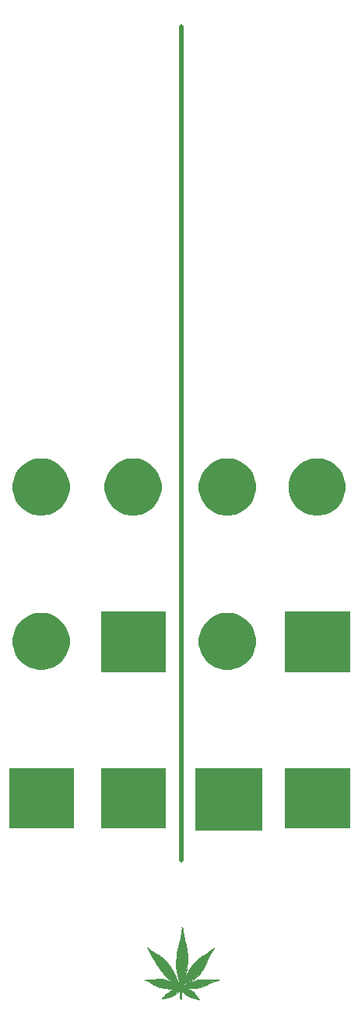
<source format=gbr>
G04 #@! TF.GenerationSoftware,KiCad,Pcbnew,(5.1.5-0)*
G04 #@! TF.CreationDate,2021-01-12T22:30:33-08:00*
G04 #@! TF.ProjectId,helveticascenario,68656c76-6574-4696-9361-7363656e6172,rev?*
G04 #@! TF.SameCoordinates,Original*
G04 #@! TF.FileFunction,Soldermask,Top*
G04 #@! TF.FilePolarity,Negative*
%FSLAX46Y46*%
G04 Gerber Fmt 4.6, Leading zero omitted, Abs format (unit mm)*
G04 Created by KiCad (PCBNEW (5.1.5-0)) date 2021-01-12 22:30:33*
%MOMM*%
%LPD*%
G04 APERTURE LIST*
%ADD10C,0.100000*%
%ADD11C,0.500000*%
%ADD12C,0.000002*%
%ADD13C,0.001000*%
G04 APERTURE END LIST*
D10*
G36*
X8500000Y-356500000D02*
G01*
X1500000Y-356500000D01*
X1500000Y-350000000D01*
X8500000Y-350000000D01*
X8500000Y-356500000D01*
G37*
X8500000Y-356500000D02*
X1500000Y-356500000D01*
X1500000Y-350000000D01*
X8500000Y-350000000D01*
X8500000Y-356500000D01*
G36*
X18500000Y-356500000D02*
G01*
X11500000Y-356500000D01*
X11500000Y-350000000D01*
X18500000Y-350000000D01*
X18500000Y-356500000D01*
G37*
X18500000Y-356500000D02*
X11500000Y-356500000D01*
X11500000Y-350000000D01*
X18500000Y-350000000D01*
X18500000Y-356500000D01*
G36*
X29000000Y-356750000D02*
G01*
X21750000Y-356750000D01*
X21750000Y-350000000D01*
X29000000Y-350000000D01*
X29000000Y-356750000D01*
G37*
X29000000Y-356750000D02*
X21750000Y-356750000D01*
X21750000Y-350000000D01*
X29000000Y-350000000D01*
X29000000Y-356750000D01*
G36*
X38500000Y-356500000D02*
G01*
X31500000Y-356500000D01*
X31500000Y-350000000D01*
X38500000Y-350000000D01*
X38500000Y-356500000D01*
G37*
X38500000Y-356500000D02*
X31500000Y-356500000D01*
X31500000Y-350000000D01*
X38500000Y-350000000D01*
X38500000Y-356500000D01*
G36*
X38500000Y-339500000D02*
G01*
X31500000Y-339500000D01*
X31500000Y-333000000D01*
X38500000Y-333000000D01*
X38500000Y-339500000D01*
G37*
X38500000Y-339500000D02*
X31500000Y-339500000D01*
X31500000Y-333000000D01*
X38500000Y-333000000D01*
X38500000Y-339500000D01*
G36*
X18500000Y-339500000D02*
G01*
X11500000Y-339500000D01*
X11500000Y-333000000D01*
X18500000Y-333000000D01*
X18500000Y-339500000D01*
G37*
X18500000Y-339500000D02*
X11500000Y-339500000D01*
X11500000Y-333000000D01*
X18500000Y-333000000D01*
X18500000Y-339500000D01*
D11*
X20250000Y-269500000D02*
X20250000Y-360000000D01*
D10*
G36*
X20910400Y-373997650D02*
G01*
X21462850Y-374277050D01*
X21789875Y-374604075D01*
X21924813Y-374834263D01*
X22156588Y-375104138D01*
X21850200Y-375020000D01*
X21596200Y-374943800D01*
X21418400Y-374880300D01*
X21043750Y-374746950D01*
X20684975Y-374553275D01*
X20424625Y-374267525D01*
X20300800Y-374105600D01*
X20364300Y-374143700D01*
X20338900Y-374080200D01*
X20402400Y-373908750D01*
X20910400Y-373997650D01*
G37*
X20910400Y-373997650D02*
X21462850Y-374277050D01*
X21789875Y-374604075D01*
X21924813Y-374834263D01*
X22156588Y-375104138D01*
X21850200Y-375020000D01*
X21596200Y-374943800D01*
X21418400Y-374880300D01*
X21043750Y-374746950D01*
X20684975Y-374553275D01*
X20424625Y-374267525D01*
X20300800Y-374105600D01*
X20364300Y-374143700D01*
X20338900Y-374080200D01*
X20402400Y-373908750D01*
X20910400Y-373997650D01*
G36*
X20116650Y-374016700D02*
G01*
X19748350Y-374448500D01*
X19310200Y-374721550D01*
X18929200Y-374861250D01*
X18179900Y-375026350D01*
X18662500Y-374499300D01*
X19056200Y-374232600D01*
X19424500Y-374029400D01*
X19894400Y-373953200D01*
X19919800Y-373953200D01*
X20116650Y-374016700D01*
G37*
X20116650Y-374016700D02*
X19748350Y-374448500D01*
X19310200Y-374721550D01*
X18929200Y-374861250D01*
X18179900Y-375026350D01*
X18662500Y-374499300D01*
X19056200Y-374232600D01*
X19424500Y-374029400D01*
X19894400Y-373953200D01*
X19919800Y-373953200D01*
X20116650Y-374016700D01*
G36*
X23323400Y-372988000D02*
G01*
X23755200Y-373013400D01*
X24333207Y-373023943D01*
X23653600Y-373178500D01*
X23221800Y-373369000D01*
X22878900Y-373584900D01*
X22459800Y-373750000D01*
X21926400Y-373838900D01*
X21481900Y-373864300D01*
X20904050Y-373845250D01*
X20326200Y-373826200D01*
X20262700Y-373750000D01*
X20478600Y-373686500D01*
X20485585Y-373635700D01*
X20801815Y-373508700D01*
X21335850Y-373280100D01*
X21888300Y-373076900D01*
X22282000Y-372962600D01*
X22726500Y-372962600D01*
X23323400Y-372988000D01*
G37*
X23323400Y-372988000D02*
X23755200Y-373013400D01*
X24333207Y-373023943D01*
X23653600Y-373178500D01*
X23221800Y-373369000D01*
X22878900Y-373584900D01*
X22459800Y-373750000D01*
X21926400Y-373838900D01*
X21481900Y-373864300D01*
X20904050Y-373845250D01*
X20326200Y-373826200D01*
X20262700Y-373750000D01*
X20478600Y-373686500D01*
X20485585Y-373635700D01*
X20801815Y-373508700D01*
X21335850Y-373280100D01*
X21888300Y-373076900D01*
X22282000Y-372962600D01*
X22726500Y-372962600D01*
X23323400Y-372988000D01*
G36*
X23310700Y-370333700D02*
G01*
X23069400Y-370829000D01*
X22866200Y-371286200D01*
X22605850Y-371806900D01*
X22332800Y-372162500D01*
X22021650Y-372575250D01*
X21551750Y-372968950D01*
X21050100Y-373305500D01*
X19945200Y-373902400D01*
X19970600Y-373572200D01*
X20275400Y-373521400D01*
X20523050Y-373083250D01*
X20738950Y-372619700D01*
X20904050Y-372289500D01*
X21088200Y-371997400D01*
X21253300Y-371679900D01*
X21532700Y-371324300D01*
X21812100Y-371006800D01*
X22142300Y-370714700D01*
X22485200Y-370486100D01*
X22866200Y-370232100D01*
X23259900Y-369965400D01*
X23793300Y-369571700D01*
X23310700Y-370333700D01*
G37*
X23310700Y-370333700D02*
X23069400Y-370829000D01*
X22866200Y-371286200D01*
X22605850Y-371806900D01*
X22332800Y-372162500D01*
X22021650Y-372575250D01*
X21551750Y-372968950D01*
X21050100Y-373305500D01*
X19945200Y-373902400D01*
X19970600Y-373572200D01*
X20275400Y-373521400D01*
X20523050Y-373083250D01*
X20738950Y-372619700D01*
X20904050Y-372289500D01*
X21088200Y-371997400D01*
X21253300Y-371679900D01*
X21532700Y-371324300D01*
X21812100Y-371006800D01*
X22142300Y-370714700D01*
X22485200Y-370486100D01*
X22866200Y-370232100D01*
X23259900Y-369965400D01*
X23793300Y-369571700D01*
X23310700Y-370333700D01*
G36*
X20465900Y-368200100D02*
G01*
X20567500Y-368682700D01*
X20681800Y-369139900D01*
X20764350Y-369470100D01*
X20827850Y-369851100D01*
X20872300Y-370371800D01*
X20872300Y-370905200D01*
X20821500Y-371489400D01*
X20758000Y-372010100D01*
X20615125Y-372505400D01*
X20316675Y-373521400D01*
X20103950Y-373470600D01*
X19869000Y-372556200D01*
X19695962Y-371692600D01*
X19711837Y-370905200D01*
X19764225Y-370244800D01*
X19926150Y-369470100D01*
X20161100Y-368657300D01*
X20288100Y-367882600D01*
X20351600Y-367361900D01*
X20465900Y-368200100D01*
G37*
X20465900Y-368200100D02*
X20567500Y-368682700D01*
X20681800Y-369139900D01*
X20764350Y-369470100D01*
X20827850Y-369851100D01*
X20872300Y-370371800D01*
X20872300Y-370905200D01*
X20821500Y-371489400D01*
X20758000Y-372010100D01*
X20615125Y-372505400D01*
X20316675Y-373521400D01*
X20103950Y-373470600D01*
X19869000Y-372556200D01*
X19695962Y-371692600D01*
X19711837Y-370905200D01*
X19764225Y-370244800D01*
X19926150Y-369470100D01*
X20161100Y-368657300D01*
X20288100Y-367882600D01*
X20351600Y-367361900D01*
X20465900Y-368200100D01*
G36*
X16846400Y-369774900D02*
G01*
X17163900Y-370016200D01*
X17729050Y-370333700D01*
X18325950Y-370765500D01*
X18700600Y-371146500D01*
X19100650Y-371711650D01*
X19697550Y-372892750D01*
X19996000Y-373457900D01*
X20008700Y-373470600D01*
X19678500Y-373496000D01*
X19576900Y-373445200D01*
X19221300Y-373197550D01*
X18814900Y-372829250D01*
X18484700Y-372480000D01*
X18129100Y-372048200D01*
X17849700Y-371629100D01*
X17659200Y-371375100D01*
X17405200Y-370917900D01*
X17151200Y-370549600D01*
X16909900Y-370130500D01*
X16630500Y-369571700D01*
X16846400Y-369774900D01*
G37*
X16846400Y-369774900D02*
X17163900Y-370016200D01*
X17729050Y-370333700D01*
X18325950Y-370765500D01*
X18700600Y-371146500D01*
X19100650Y-371711650D01*
X19697550Y-372892750D01*
X19996000Y-373457900D01*
X20008700Y-373470600D01*
X19678500Y-373496000D01*
X19576900Y-373445200D01*
X19221300Y-373197550D01*
X18814900Y-372829250D01*
X18484700Y-372480000D01*
X18129100Y-372048200D01*
X17849700Y-371629100D01*
X17659200Y-371375100D01*
X17405200Y-370917900D01*
X17151200Y-370549600D01*
X16909900Y-370130500D01*
X16630500Y-369571700D01*
X16846400Y-369774900D01*
G36*
X18252925Y-372953075D02*
G01*
X18589475Y-373048325D01*
X18853000Y-373140400D01*
X19551500Y-373546800D01*
X19581980Y-373574740D01*
X19589600Y-373559500D01*
X19589600Y-373572200D01*
X19581980Y-373574740D01*
X19500700Y-373737300D01*
X19894400Y-373877000D01*
X19684850Y-373902400D01*
X19291150Y-373927800D01*
X18814900Y-373927800D01*
X18370400Y-373864300D01*
X17887800Y-373750000D01*
X17494100Y-373635700D01*
X17087700Y-373407100D01*
X16770200Y-373178500D01*
X16363800Y-373051500D01*
X17011500Y-373000700D01*
X17544900Y-372962600D01*
X18008450Y-372956250D01*
X18252925Y-372953075D01*
G37*
X18252925Y-372953075D02*
X18589475Y-373048325D01*
X18853000Y-373140400D01*
X19551500Y-373546800D01*
X19581980Y-373574740D01*
X19589600Y-373559500D01*
X19589600Y-373572200D01*
X19581980Y-373574740D01*
X19500700Y-373737300D01*
X19894400Y-373877000D01*
X19684850Y-373902400D01*
X19291150Y-373927800D01*
X18814900Y-373927800D01*
X18370400Y-373864300D01*
X17887800Y-373750000D01*
X17494100Y-373635700D01*
X17087700Y-373407100D01*
X16770200Y-373178500D01*
X16363800Y-373051500D01*
X17011500Y-373000700D01*
X17544900Y-372962600D01*
X18008450Y-372956250D01*
X18252925Y-372953075D01*
G36*
X20250000Y-373534100D02*
G01*
X20038862Y-373727775D01*
X20257937Y-373823025D01*
X21008825Y-374365950D01*
X20827850Y-374461200D01*
X20250000Y-374004000D01*
X20262700Y-375096200D01*
X20148400Y-374956500D01*
X20142050Y-374067500D01*
X20186500Y-374067500D01*
X19805500Y-373851600D01*
X19519750Y-373699200D01*
X19684850Y-373419800D01*
X20250000Y-373534100D01*
G37*
X20250000Y-373534100D02*
X20038862Y-373727775D01*
X20257937Y-373823025D01*
X21008825Y-374365950D01*
X20827850Y-374461200D01*
X20250000Y-374004000D01*
X20262700Y-375096200D01*
X20148400Y-374956500D01*
X20142050Y-374067500D01*
X20186500Y-374067500D01*
X19805500Y-373851600D01*
X19519750Y-373699200D01*
X19684850Y-373419800D01*
X20250000Y-373534100D01*
D12*
X19729586Y-371846968D02*
X19736414Y-371913404D01*
X16310628Y-373035206D02*
G75*
G02X16312745Y-373030474I8833J-1112D01*
G01*
X16312745Y-373030475D02*
G75*
G02X16317170Y-373027659I6961J-6056D01*
G01*
X16317171Y-373027659D02*
G75*
G02X16326272Y-373025641I21302J-74534D01*
G01*
X16369176Y-373019928D02*
X16326272Y-373025641D01*
X16425382Y-373014579D02*
X16369176Y-373019928D01*
X16499523Y-373009059D02*
X16425382Y-373014579D01*
X16600810Y-373002773D02*
X16499523Y-373009059D01*
X16714250Y-372995535D02*
X16600810Y-373002773D01*
X16805159Y-372988329D02*
X16714250Y-372995535D01*
X16885946Y-372980142D02*
X16805159Y-372988329D01*
X16967522Y-372969967D02*
X16885946Y-372980142D01*
X17045588Y-372960763D02*
X16967522Y-372969967D01*
X17144548Y-372951810D02*
X17045588Y-372960763D01*
X17252731Y-372943949D02*
X17144548Y-372951810D01*
X17360022Y-372938039D02*
X17252731Y-372943949D01*
X17408893Y-372935783D02*
X17360022Y-372938039D01*
X17478084Y-372932592D02*
X17408893Y-372935783D01*
X17553746Y-372929104D02*
X17478084Y-372932592D01*
X17625022Y-372925821D02*
X17553746Y-372929104D01*
X17792892Y-372918843D02*
X17625022Y-372925821D01*
X17967753Y-372913052D02*
X17792892Y-372918843D01*
X18141324Y-372908069D02*
X17967753Y-372913052D01*
X18141324Y-372908069D02*
G75*
G02X18150393Y-372910507I462J-16364D01*
G01*
X18153889Y-372911762D02*
G75*
G02X18150393Y-372910507I1209J8867D01*
G01*
X18169388Y-372913775D02*
X18153889Y-372911762D01*
X18187771Y-372915819D02*
X18169388Y-372913775D01*
X18208715Y-372917713D02*
X18187771Y-372915819D01*
X19720054Y-371737481D02*
X19722649Y-371767124D01*
X20862378Y-373897086D02*
X20907522Y-373900622D01*
X20813537Y-373893388D02*
X20862378Y-373897086D01*
X20768194Y-373890058D02*
X20813537Y-373893388D01*
X20735022Y-373887755D02*
X20768194Y-373890058D01*
X20703615Y-373885486D02*
X20735022Y-373887755D01*
X20664584Y-373882326D02*
X20703615Y-373885486D01*
X20624606Y-373878849D02*
X20664584Y-373882326D01*
X20590022Y-373875579D02*
X20624606Y-373878849D01*
X20528512Y-373870402D02*
X20590022Y-373875579D01*
X20476901Y-373868134D02*
X20528512Y-373870402D01*
X19081364Y-371630665D02*
X18952584Y-371423051D01*
X19210123Y-371860277D02*
X19081364Y-371630665D01*
X20513811Y-373894985D02*
X20475611Y-373887712D01*
X20551820Y-373901668D02*
X20513811Y-373894985D01*
X20577522Y-373905429D02*
X20551820Y-373901668D01*
X20577522Y-373905429D02*
G75*
G02X20665850Y-373921576I-96572J-777952D01*
G01*
X20792223Y-373954860D02*
X20665850Y-373921576D01*
X20931550Y-373997366D02*
X20792223Y-373954860D01*
X21065022Y-374044009D02*
X20931550Y-373997366D01*
X21108649Y-374061046D02*
X21065022Y-374044009D01*
X21154637Y-374080487D02*
X21108649Y-374061046D01*
X21202079Y-374101930D02*
X21154637Y-374080487D01*
X21250085Y-374124987D02*
X21202079Y-374101930D01*
X21250085Y-374124988D02*
G75*
G02X21402408Y-374212179I-639105J-1293158D01*
G01*
X19850081Y-372597260D02*
X19852098Y-372607528D01*
X22870021Y-371265299D02*
G75*
G02X22869743Y-371266562I-3003J0D01*
G01*
X22861209Y-371284952D02*
X22869743Y-371266562D01*
X22851523Y-371305632D02*
X22861209Y-371284952D01*
X22840022Y-371329870D02*
X22851523Y-371305632D01*
X22828521Y-371354146D02*
X22840022Y-371329870D01*
X22818834Y-371374951D02*
X22828521Y-371354146D01*
X22810385Y-371393329D02*
X22818834Y-371374951D01*
X22810021Y-371394995D02*
G75*
G02X22810385Y-371393329I3995J0D01*
G01*
X22810021Y-371394995D02*
G75*
G02X22809292Y-371398297I-7840J0D01*
G01*
X22770677Y-371481421D02*
X22809292Y-371398297D01*
X22727758Y-371573339D02*
X22770677Y-371481421D01*
X22677442Y-371680277D02*
X22727758Y-371573339D01*
X22654537Y-371728174D02*
X22677442Y-371680277D01*
X22626801Y-371784980D02*
X22654537Y-371728174D01*
X22597730Y-371843998D02*
X22626801Y-371784980D01*
X22597731Y-371843997D02*
G75*
G02X22595022Y-371847777I-12801J6311D01*
G01*
X22593589Y-371849614D02*
G75*
G02X22595022Y-371847777I8150J-4881D01*
G01*
X22590177Y-371855418D02*
X22593588Y-371849615D01*
X22586238Y-371862435D02*
X22590177Y-371855418D01*
X22582041Y-371870277D02*
X22586238Y-371862435D01*
X22573008Y-371887116D02*
X22582041Y-371870277D01*
X22562309Y-371906309D02*
X22573008Y-371887116D01*
X22551117Y-371925799D02*
X22562309Y-371906309D01*
X22540563Y-371943576D02*
X22551117Y-371925799D01*
X22536359Y-371950601D02*
X22540563Y-371943576D01*
X22529895Y-371961546D02*
X22536359Y-371950601D01*
X22522630Y-371973921D02*
X22529895Y-371961546D01*
X22515538Y-371986076D02*
X22522630Y-371973921D01*
X22515539Y-371986076D02*
G75*
G02X22426513Y-372124537I-1594117J927112D01*
G01*
X22310765Y-372278716D02*
X22426513Y-372124537D01*
X22179379Y-372435115D02*
X22310765Y-372278716D01*
X22042561Y-372580767D02*
X22179379Y-372435115D01*
X22042561Y-372580767D02*
G75*
G02X21762462Y-372838051I-2992746J2977019D01*
G01*
X21452444Y-373076945D02*
X21762462Y-372838051D01*
X21096530Y-373308868D02*
X21452444Y-373076945D01*
X20677522Y-373545384D02*
X21096530Y-373308868D01*
X20657210Y-373556206D02*
X20677522Y-373545384D01*
X20633256Y-373569049D02*
X20657210Y-373556206D01*
X20609541Y-373581825D02*
X20633256Y-373569049D01*
X20590022Y-373592411D02*
X20609541Y-373581825D01*
X20572766Y-373601769D02*
X20590022Y-373592411D01*
X20556062Y-373610749D02*
X20572766Y-373601769D01*
X20541782Y-373618359D02*
X20556062Y-373610749D01*
X20534097Y-373622337D02*
X20541782Y-373618359D01*
X20517847Y-373632144D02*
G75*
G02X20534097Y-373622337I73169J-102870D01*
G01*
X20501467Y-373645234D02*
G75*
G02X20517847Y-373632145I125077J-139731D01*
G01*
X20488112Y-373658375D02*
G75*
G02X20501467Y-373645234I145858J-134885D01*
G01*
X20485021Y-373666267D02*
G75*
G02X20488111Y-373658375I11624J0D01*
G01*
X20485871Y-373669781D02*
G75*
G02X20485022Y-373666267I6849J3514D01*
G01*
X20488155Y-373671737D02*
G75*
G02X20485870Y-373669780I1247J3768D01*
G01*
X20492397Y-373672198D02*
G75*
G02X20488155Y-373671737I-1044J10127D01*
G01*
X20499641Y-373671103D02*
G75*
G02X20492398Y-373672199I-15184J75919D01*
G01*
X20518149Y-373665366D02*
G75*
G02X20499641Y-373671104I-36945J86448D01*
G01*
X20578992Y-373639023D02*
X20518149Y-373665366D01*
X20646972Y-373608528D02*
X20578992Y-373639023D01*
X20715022Y-373576643D02*
X20646972Y-373608528D01*
X20738044Y-373565656D02*
X20715022Y-373576643D01*
X20763850Y-373553400D02*
X20738044Y-373565656D01*
X20788478Y-373541750D02*
X20763850Y-373553400D01*
X20807522Y-373532798D02*
X20788478Y-373541750D01*
X20827497Y-373523393D02*
X20807522Y-373532798D01*
X20855600Y-373510054D02*
X20827497Y-373523393D01*
X20886247Y-373495444D02*
X20855600Y-373510054D01*
X20915022Y-373481661D02*
X20886247Y-373495444D01*
X20969936Y-373455361D02*
X20915022Y-373481661D01*
X21011702Y-373435535D02*
X20969936Y-373455361D01*
X21046707Y-373419148D02*
X21011702Y-373435535D01*
X21080022Y-373403816D02*
X21046707Y-373419148D01*
X21115354Y-373387574D02*
X21080022Y-373403816D01*
X21181774Y-373356749D02*
X21115354Y-373387574D01*
X21249694Y-373325132D02*
X21181774Y-373356749D01*
X21297522Y-373302733D02*
X21249694Y-373325132D01*
X21444502Y-373234657D02*
X21297522Y-373302733D01*
X21595333Y-373166903D02*
X21444502Y-373234657D01*
X21733653Y-373106658D02*
X21595333Y-373166903D01*
X21840022Y-373062680D02*
X21733653Y-373106658D01*
X21893337Y-373041611D02*
X21840022Y-373062680D01*
X21928135Y-373028359D02*
X21893337Y-373041611D01*
X21957932Y-373017769D02*
X21928135Y-373028359D01*
X21992522Y-373006289D02*
X21957932Y-373017769D01*
X22051620Y-372988467D02*
X21992522Y-373006289D01*
X22113071Y-372972384D02*
X22051620Y-372988467D01*
X22174574Y-372958597D02*
X22113071Y-372972384D01*
X22233822Y-372947669D02*
X22174574Y-372958597D01*
X22275789Y-372941782D02*
X22233822Y-372947669D01*
X22311324Y-372938975D02*
X22275789Y-372941782D01*
X22355896Y-372938261D02*
X22311324Y-372938975D01*
X22436322Y-372939370D02*
X22355896Y-372938261D01*
X22493234Y-372940735D02*
X22436322Y-372939370D01*
X22551607Y-372942737D02*
X22493234Y-372940735D01*
X22603546Y-372945032D02*
X22551607Y-372942737D01*
X22637522Y-372947267D02*
X22603546Y-372945032D01*
X22668287Y-372949702D02*
X22637522Y-372947267D01*
X22707662Y-372952627D02*
X22668287Y-372949702D01*
X22748691Y-372955545D02*
X22707662Y-372952627D01*
X22785022Y-372957990D02*
X22748691Y-372955545D01*
X22822057Y-372960418D02*
X22785022Y-372957990D01*
X22865318Y-372963293D02*
X22822057Y-372960418D01*
X22907867Y-372966150D02*
X22865318Y-372963293D01*
X22942522Y-372968510D02*
X22907867Y-372966150D01*
X22995145Y-372970680D02*
X22942522Y-372968510D01*
X23187897Y-372973130D02*
X22995145Y-372970680D01*
X23416132Y-372975346D02*
X23187897Y-372973130D01*
X23672522Y-372976997D02*
X23416132Y-372975346D01*
X24010194Y-372978974D02*
X23672522Y-372976997D01*
X24196598Y-372980953D02*
X24010194Y-372978974D01*
X24325267Y-372983028D02*
X24196598Y-372980953D01*
X24325267Y-372983028D02*
G75*
G02X24338772Y-372986729I-500J-28318D01*
G01*
X24338772Y-372986728D02*
G75*
G02X24347766Y-372995160I-13045J-22929D01*
G01*
X24347766Y-372995160D02*
G75*
G02X24350023Y-373005412I-12281J-8079D01*
G01*
X24350023Y-373005413D02*
G75*
G02X24344871Y-373015674I-18220J2725D01*
G01*
X24344870Y-373015673D02*
G75*
G02X24333207Y-373023943I-29662J29474D01*
G01*
X24333208Y-373023944D02*
G75*
G02X24315174Y-373031131I-63623J133418D01*
G01*
X24250776Y-373051805D02*
X24315174Y-373031131D01*
X24188093Y-373071392D02*
X24250776Y-373051805D01*
X24152522Y-373081377D02*
X24188093Y-373071392D01*
X24023171Y-373118169D02*
X24152522Y-373081377D01*
X23848786Y-373175203D02*
X24023171Y-373118169D01*
X23669767Y-373238251D02*
X23848786Y-373175203D01*
X23522522Y-373295274D02*
X23669767Y-373238251D01*
X23399199Y-373348078D02*
X23522522Y-373295274D01*
X23253927Y-373414591D02*
X23399199Y-373348078D01*
X23112600Y-373482490D02*
X23253927Y-373414591D01*
X23002522Y-373539199D02*
X23112600Y-373482490D01*
X22868504Y-373610433D02*
X23002522Y-373539199D01*
X22783440Y-373652696D02*
X22868504Y-373610433D01*
X22708987Y-373685131D02*
X22783440Y-373652696D01*
X22617522Y-373720178D02*
X22708987Y-373685131D01*
X22542423Y-373747307D02*
X22617522Y-373720178D01*
X22502851Y-373760723D02*
X22542423Y-373747307D01*
X22463400Y-373772598D02*
X22502851Y-373760723D01*
X22390022Y-373793034D02*
X22463400Y-373772598D01*
X22270804Y-373822545D02*
X22390022Y-373793034D01*
X22133620Y-373850279D02*
X22270804Y-373822545D01*
X21995884Y-373873156D02*
X22133620Y-373850279D01*
X21875022Y-373887838D02*
X21995884Y-373873156D01*
X21851013Y-373890138D02*
X21875022Y-373887838D01*
X21816506Y-373893487D02*
X21851013Y-373890138D01*
X21778547Y-373897195D02*
X21816506Y-373893487D01*
X21742522Y-373900739D02*
X21778547Y-373897195D01*
X21608935Y-373908145D02*
X21742522Y-373900739D01*
X21336190Y-373909806D02*
X21608935Y-373908145D01*
X21063070Y-373907895D02*
X21336190Y-373909806D01*
X20907522Y-373900622D02*
X21063070Y-373907895D01*
X20434700Y-373867876D02*
X20476901Y-373868134D01*
X20430021Y-373872584D02*
G75*
G02X20434700Y-373867876I4709J-1D01*
G01*
X20431145Y-373874719D02*
G75*
G02X20430022Y-373872585I1466J2134D01*
G01*
X20435529Y-373877293D02*
G75*
G02X20431144Y-373874719I15819J31971D01*
G01*
X19360636Y-372138155D02*
X19344341Y-372108062D01*
X19371221Y-372157777D02*
X19360636Y-372138155D01*
X20761249Y-372533226D02*
X20714982Y-372630277D01*
X20846807Y-372362328D02*
X20761249Y-372533226D01*
X20933548Y-372191636D02*
X20846807Y-372362328D01*
X20974269Y-372116527D02*
X20933548Y-372191636D01*
X20988678Y-372091366D02*
X20974269Y-372116527D01*
X20999929Y-372071636D02*
X20988678Y-372091366D01*
X21009609Y-372054555D02*
X20999929Y-372071636D01*
X21019048Y-372037777D02*
X21009609Y-372054555D01*
X21025983Y-372025624D02*
X21019048Y-372037777D01*
X21037590Y-372005731D02*
X21025983Y-372025624D01*
X21050976Y-371982985D02*
X21037590Y-372005731D01*
X21064458Y-371960277D02*
X21050976Y-371982985D01*
X21077575Y-371938268D02*
X21064458Y-371960277D01*
X21089864Y-371917624D02*
X21077575Y-371938268D01*
X21100197Y-371900243D02*
X21089864Y-371917624D01*
X21104889Y-371892307D02*
X21100197Y-371900243D01*
X21149259Y-371820233D02*
X21104889Y-371892307D01*
X21212393Y-371723837D02*
X21149259Y-371820233D01*
X21279939Y-371624271D02*
X21212393Y-371723837D01*
X21339543Y-371540277D02*
X21279939Y-371624271D01*
X21396819Y-371463641D02*
X21339543Y-371540277D01*
X21467177Y-371373061D02*
X21396819Y-371463641D01*
X21534639Y-371288542D02*
X21467177Y-371373061D01*
X21577847Y-371237777D02*
X21534639Y-371288542D01*
X22885064Y-371231889D02*
X22894416Y-371211958D01*
X22877187Y-371248945D02*
X22885064Y-371231889D01*
X22870294Y-371264044D02*
X22877187Y-371248945D01*
X22870022Y-371265299D02*
G75*
G02X22870294Y-371264044I3026J0D01*
G01*
X19325985Y-372074222D02*
X19308037Y-372041194D01*
X19344341Y-372108062D02*
X19325985Y-372074222D01*
X22162904Y-375132618D02*
G75*
G02X22162962Y-375140934I-10582J-4233D01*
G01*
X22162961Y-375140934D02*
G75*
G02X22160571Y-375143771I-5287J2029D01*
G01*
X22160571Y-375143771D02*
G75*
G02X22155675Y-375145933I-11328J19028D01*
G01*
X22155675Y-375145934D02*
G75*
G02X22148837Y-375147326I-10822J35655D01*
G01*
X22148838Y-375147325D02*
G75*
G02X22140414Y-375147777I-8424J78322D01*
G01*
X20643609Y-372791378D02*
X20635721Y-372810277D01*
X20670843Y-372729384D02*
X20643609Y-372791378D01*
X20697720Y-372668594D02*
X20670843Y-372729384D01*
X20714982Y-372630277D02*
X20697720Y-372668594D01*
X22140414Y-375147778D02*
G75*
G02X22125921Y-375146825I0J110737D01*
G01*
X22125921Y-375146825D02*
G75*
G02X22113016Y-375143965I9971J75534D01*
G01*
X22113016Y-375143965D02*
G75*
G02X22096281Y-375137761I53575J170197D01*
G01*
X22065022Y-375124046D02*
X22096281Y-375137761D01*
X22001838Y-375097762D02*
X22065022Y-375124046D01*
X21935736Y-375074319D02*
X22001838Y-375097762D01*
X21864120Y-375052862D02*
X21935736Y-375074319D01*
X21784294Y-375032548D02*
X21864120Y-375052862D01*
X21647606Y-374999292D02*
X21784294Y-375032548D01*
X19380128Y-372174323D02*
X19371221Y-372157777D01*
X19390235Y-372193074D02*
X19380128Y-372174323D01*
X20503305Y-373136243D02*
X20494490Y-373156661D01*
X20513179Y-373112378D02*
X20503305Y-373136243D01*
X20524497Y-373084151D02*
X20513179Y-373112378D01*
X20537768Y-373050277D02*
X20524497Y-373084151D01*
X20543655Y-373035324D02*
X20537768Y-373050277D01*
X20550109Y-373019333D02*
X20543655Y-373035324D01*
X20556173Y-373004627D02*
X20550109Y-373019333D01*
X21402408Y-374212178D02*
G75*
G02X21540509Y-374315987I-743206J-1132487D01*
G01*
X21540509Y-374315987D02*
G75*
G02X21658604Y-374431641I-808447J-943632D01*
G01*
X21658604Y-374431641D02*
G75*
G02X21751099Y-374554225I-691614J-618042D01*
G01*
X21843113Y-374697827D02*
X21751099Y-374554225D01*
X21908325Y-374794131D02*
X21843113Y-374697827D01*
X21969278Y-374876381D02*
X21908325Y-374794131D01*
X22044380Y-374970045D02*
X21969278Y-374876381D01*
X22087947Y-375022822D02*
X22044380Y-374970045D01*
X22101771Y-375039809D02*
X22087947Y-375022822D01*
X22112079Y-375053035D02*
X22101771Y-375039809D01*
X19884498Y-369520277D02*
X19870636Y-369570269D01*
X20560691Y-372994082D02*
X20556173Y-373004627D01*
X20564264Y-372985606D02*
X20560691Y-372994082D01*
X20567281Y-372977667D02*
X20564264Y-372985606D01*
X20569553Y-372970959D02*
X20567281Y-372977667D01*
X20570021Y-372967966D02*
G75*
G02X20569553Y-372970959I-9805J0D01*
G01*
X20570021Y-372967965D02*
G75*
G02X20570501Y-372964968I9600J-1D01*
G01*
X20572848Y-372958209D02*
X20570501Y-372964968D01*
X20575958Y-372950210D02*
X20572848Y-372958209D01*
X20579642Y-372941661D02*
X20575958Y-372950210D01*
X20593866Y-372909784D02*
X20579642Y-372941661D01*
X20602969Y-372888632D02*
X20593866Y-372909784D01*
X20609166Y-372873491D02*
X20602969Y-372888632D01*
X20610007Y-372869082D02*
G75*
G02X20609166Y-372873491I-11749J-43D01*
G01*
X20610007Y-372869082D02*
G75*
G02X20610459Y-372866632I6738J25D01*
G01*
X20613194Y-372859786D02*
X20610459Y-372866632D01*
X20616707Y-372851673D02*
X20613194Y-372859786D01*
X20620874Y-372842777D02*
X20616707Y-372851673D01*
X20625330Y-372833430D02*
X20620874Y-372842777D01*
X20629723Y-372823949D02*
X20625330Y-372833430D01*
X20633495Y-372815577D02*
X20629723Y-372823949D01*
X20635721Y-372810277D02*
X20633495Y-372815577D01*
X22127281Y-375073316D02*
X22112079Y-375053035D01*
X22143683Y-375096689D02*
X22127281Y-375073316D01*
X22143683Y-375096690D02*
G75*
G02X22155528Y-375116666I-194982J-129113D01*
G01*
X22155528Y-375116666D02*
G75*
G02X22162903Y-375132618I-148143J-78170D01*
G01*
X21587272Y-371227192D02*
X21577847Y-371237777D01*
X21607031Y-371204856D02*
X21587272Y-371227192D01*
X21630430Y-371178361D02*
X21607031Y-371204856D01*
X21655193Y-371150277D02*
X21630430Y-371178361D01*
X21763704Y-371033304D02*
X21655193Y-371150277D01*
X21896053Y-370902079D02*
X21763704Y-371033304D01*
X22027297Y-370780085D02*
X21896053Y-370902079D01*
X22130250Y-370694220D02*
X22027297Y-370780085D01*
X22217428Y-370628727D02*
X22130250Y-370694220D01*
X22296415Y-370573278D02*
X22217428Y-370628727D01*
X22398457Y-370506351D02*
X22296415Y-370573278D01*
X22577522Y-370392769D02*
X22398457Y-370506351D01*
X22639629Y-370353344D02*
X22577522Y-370392769D01*
X22706365Y-370310469D02*
X22639629Y-370353344D01*
X22767965Y-370270471D02*
X22706365Y-370310469D01*
X22812522Y-370240991D02*
X22767965Y-370270471D01*
X22947222Y-370149298D02*
X22812522Y-370240991D01*
X23070866Y-370062251D02*
X22947222Y-370149298D01*
X23218690Y-369954774D02*
X23070866Y-370062251D01*
X23440022Y-369790957D02*
X23218690Y-369954774D01*
X23483928Y-369758350D02*
X23440022Y-369790957D01*
X23526959Y-369726446D02*
X23483928Y-369758350D01*
X23564011Y-369699020D02*
X23526959Y-369726446D01*
X23585022Y-369683543D02*
X23564011Y-369699020D01*
X23601209Y-369671646D02*
X23585022Y-369683543D01*
X23618850Y-369658643D02*
X23601209Y-369671646D01*
X23635320Y-369646471D02*
X23618850Y-369658643D01*
X23647522Y-369637414D02*
X23635320Y-369646471D01*
X23687477Y-369609270D02*
X23647522Y-369637414D01*
X23742952Y-369573208D02*
X23687477Y-369609270D01*
X23799438Y-369537759D02*
X23742952Y-369573208D01*
X23799438Y-369537760D02*
G75*
G02X23814761Y-369531269I28471J-45884D01*
G01*
X23814761Y-369531268D02*
G75*
G02X23827504Y-369529947I10974J-43717D01*
G01*
X23827504Y-369529947D02*
G75*
G02X23834070Y-369534069I-305J-7776D01*
G01*
X23834070Y-369534070D02*
G75*
G02X23834527Y-369542656I-8997J-4784D01*
G01*
X23834527Y-369542655D02*
G75*
G02X23827667Y-369555539I-63438J25510D01*
G01*
X23815329Y-369572507D02*
X23827667Y-369555539D01*
X23795976Y-369596851D02*
X23815329Y-369572507D01*
X23776429Y-369620518D02*
X23795976Y-369596851D01*
X23776429Y-369620517D02*
G75*
G02X23766963Y-369630277I-72727J61071D01*
G01*
X23749895Y-369648072D02*
G75*
G02X23766963Y-369630277I123500J-101373D01*
G01*
X23695948Y-369714257D02*
X23749895Y-369648072D01*
X23641922Y-369781904D02*
X23695948Y-369714257D01*
X23601038Y-369835277D02*
X23641922Y-369781904D01*
X23524034Y-369943698D02*
X23601038Y-369835277D01*
X23463980Y-370039678D02*
X23524034Y-369943698D01*
X23398409Y-370160452D02*
X23463980Y-370039678D01*
X23295463Y-370365277D02*
X23398409Y-370160452D01*
X23262314Y-370432396D02*
X23295463Y-370365277D01*
X23232337Y-370493418D02*
X23262314Y-370432396D01*
X23207300Y-370544652D02*
X23232337Y-370493418D01*
X23198740Y-370562777D02*
X23207300Y-370544652D01*
X23183870Y-370594997D02*
X23198740Y-370562777D01*
X23148656Y-370670485D02*
X23183870Y-370594997D01*
X23113434Y-370745815D02*
X23148656Y-370670485D01*
X23092505Y-370790277D02*
X23113434Y-370745815D01*
X23086270Y-370803483D02*
X23092505Y-370790277D01*
X23076572Y-370824090D02*
X23086270Y-370803483D01*
X23065623Y-370847387D02*
X23076572Y-370824090D01*
X23054881Y-370870277D02*
X23065623Y-370847387D01*
X23002656Y-370981614D02*
X23054881Y-370870277D01*
X22955466Y-371082138D02*
X23002656Y-370981614D01*
X22916565Y-371164935D02*
X22955466Y-371082138D01*
X22894416Y-371211958D02*
X22916565Y-371164935D01*
X19706089Y-370520173D02*
X19700432Y-370597777D01*
X19741414Y-370184273D02*
X19739359Y-370201746D01*
X19749812Y-372025277D02*
X19752112Y-372041881D01*
X17470022Y-373654199D02*
X17535345Y-373681444D01*
X17422193Y-373632386D02*
X17470022Y-373654199D01*
X17346008Y-373595116D02*
X17422193Y-373632386D01*
X17263874Y-373554229D02*
X17346008Y-373595116D01*
X18208715Y-372917712D02*
G75*
G02X18287077Y-372927867I-68767J-838110D01*
G01*
X18384167Y-372947547D02*
X18287077Y-372927867D01*
X18488541Y-372973880D02*
X18384167Y-372947547D01*
X18590022Y-373004629D02*
X18488541Y-372973880D01*
X18661345Y-373028648D02*
X18590022Y-373004629D01*
X18712918Y-373047344D02*
X18661345Y-373028648D01*
X18764767Y-373068060D02*
X18712918Y-373047344D01*
X18837522Y-373098978D02*
X18764767Y-373068060D01*
X18886095Y-373121297D02*
X18837522Y-373098978D01*
X18972054Y-373163707D02*
X18886095Y-373121297D01*
X19057800Y-373207003D02*
X18972054Y-373163707D01*
X19107522Y-373233724D02*
X19057800Y-373207003D01*
X19124485Y-373243290D02*
X19107522Y-373233724D01*
X19142381Y-373253359D02*
X19124485Y-373243290D01*
X19158665Y-373262503D02*
X19142381Y-373253359D01*
X19170022Y-373268855D02*
X19158665Y-373262503D01*
X19217579Y-373296350D02*
X19170022Y-373268855D01*
X19279264Y-373333880D02*
X19217579Y-373296350D01*
X19344127Y-373374579D02*
X19279264Y-373333880D01*
X19402522Y-373412529D02*
X19344127Y-373374579D01*
X19519621Y-373489782D02*
X19402522Y-373412529D01*
X19534217Y-373492895D02*
G75*
G02X19519621Y-373489782I-3296J20324D01*
G01*
X19535880Y-373486626D02*
G75*
G02X19534217Y-373492894I-2231J-2763D01*
G01*
X19436635Y-373406997D02*
X19535879Y-373486626D01*
X19326355Y-373318615D02*
X19436635Y-373406997D01*
X19205655Y-373221064D02*
X19326355Y-373318615D01*
X19096190Y-373132022D02*
X19205655Y-373221064D01*
X19047522Y-373091366D02*
X19096190Y-373132022D01*
X18810218Y-372878564D02*
X19047522Y-373091366D01*
X18581976Y-372653889D02*
X18810218Y-372878564D01*
X18376302Y-372431368D02*
X18581976Y-372653889D01*
X18207522Y-372225413D02*
X18376302Y-372431368D01*
X18197035Y-372211730D02*
X18207522Y-372225413D01*
X18180933Y-372190881D02*
X18197035Y-372211730D01*
X18162804Y-372167489D02*
X18180933Y-372190881D01*
X18145094Y-372144720D02*
X18162804Y-372167489D01*
X18100771Y-372086679D02*
X18145094Y-372144720D01*
X18048022Y-372015362D02*
X18100771Y-372086679D01*
X17993294Y-371939659D02*
X18048022Y-372015362D01*
X17942611Y-371867777D02*
X17993294Y-371939659D01*
X17865794Y-371755183D02*
X17942611Y-371867777D01*
X17753314Y-371586047D02*
X17865794Y-371755183D01*
X17642960Y-371418079D02*
X17753314Y-371586047D01*
X17577810Y-371315811D02*
X17642960Y-371418079D01*
X17562852Y-371291839D02*
X17577810Y-371315811D01*
X17543501Y-371261028D02*
X17562852Y-371291839D01*
X17523210Y-371228853D02*
X17543501Y-371261028D01*
X17505098Y-371200277D02*
X17523210Y-371228853D01*
X17482466Y-371164465D02*
X17505098Y-371200277D01*
X17444344Y-371103699D02*
X17482466Y-371164465D01*
X17400478Y-371033586D02*
X17444344Y-371103699D01*
X17356299Y-370962777D02*
X17400478Y-371033586D01*
X17313762Y-370894522D02*
X17356299Y-370962777D01*
X17274866Y-370832137D02*
X17313762Y-370894522D01*
X17242249Y-370779846D02*
X17274866Y-370832137D01*
X17230010Y-370760277D02*
X17242249Y-370779846D01*
X17187630Y-370691590D02*
X17230010Y-370760277D01*
X17117790Y-370576106D02*
X17187630Y-370691590D01*
X17047729Y-370459490D02*
X17117790Y-370576106D01*
X17022165Y-370415277D02*
X17047729Y-370459490D01*
X17019328Y-370410248D02*
X17022165Y-370415277D01*
X17015217Y-370403074D02*
X17019328Y-370410248D01*
X17010674Y-370395211D02*
X17015217Y-370403074D01*
X17006342Y-370387777D02*
X17010674Y-370395211D01*
X16977044Y-370337083D02*
X17006342Y-370387777D01*
X16918968Y-370235057D02*
X16977044Y-370337083D01*
X16860346Y-370131702D02*
X16918968Y-370235057D01*
X16838754Y-370092777D02*
X16860346Y-370131702D01*
X16829351Y-370075536D02*
X16838754Y-370092777D01*
X16817835Y-370054543D02*
X16829351Y-370075536D01*
X16806140Y-370033314D02*
X16817835Y-370054543D01*
X16796150Y-370015277D02*
X16806140Y-370033314D01*
X16767394Y-369960797D02*
X16796150Y-370015277D01*
X16712647Y-369850518D02*
X16767394Y-369960797D01*
X16652078Y-369727345D02*
X16712647Y-369850518D01*
X16652079Y-369727345D02*
G75*
G02X16650022Y-369718491I18028J8854D01*
G01*
X16649530Y-369715636D02*
G75*
G02X16650022Y-369718491I-8045J-2855D01*
G01*
X16647209Y-369709477D02*
X16649530Y-369715636D01*
X16644113Y-369702210D02*
X16647209Y-369709477D01*
X16640446Y-369694500D02*
X16644113Y-369702210D01*
X16640446Y-369694500D02*
G75*
G02X16625567Y-369660779I353949J176315D01*
G01*
X16612376Y-369622674D02*
X16625567Y-369660779D01*
X16602797Y-369587022D02*
X16612376Y-369622674D01*
X16602798Y-369587021D02*
G75*
G02X16600022Y-369562709I105091J24312D01*
G01*
X16600022Y-369562709D02*
G75*
G02X16602313Y-369551889I26694J0D01*
G01*
X16602313Y-369551889D02*
G75*
G02X16608734Y-369543767I19006J-8428D01*
G01*
X16608734Y-369543767D02*
G75*
G02X16618045Y-369539963I11741J-15439D01*
G01*
X16618045Y-369539963D02*
G75*
G02X16628409Y-369541121I2783J-22042D01*
G01*
X19549378Y-373499505D02*
G75*
G02X19557816Y-373505118I-42084J-72409D01*
G01*
X19543690Y-373498010D02*
G75*
G02X19549378Y-373499505I137J-11046D01*
G01*
X19542163Y-373500169D02*
G75*
G02X19543690Y-373498010I1547J525D01*
G01*
X19545021Y-373505277D02*
G75*
G02X19542163Y-373500169I12406J10295D01*
G01*
X19548004Y-373508135D02*
G75*
G02X19545022Y-373505277I10995J14458D01*
G01*
X19551808Y-373510528D02*
G75*
G02X19548004Y-373508136I11528J22553D01*
G01*
X19555813Y-373512133D02*
G75*
G02X19551808Y-373510528I6762J22671D01*
G01*
X19559384Y-373512619D02*
G75*
G02X19555813Y-373512133I-229J11691D01*
G01*
X19563439Y-373512263D02*
G75*
G02X19559384Y-373512618I-4642J29680D01*
G01*
X19564221Y-373511131D02*
G75*
G02X19563438Y-373512263I-929J-194D01*
G01*
X19563100Y-373509282D02*
G75*
G02X19564221Y-373511131I-2062J-2515D01*
G01*
X19557816Y-373505118D02*
X19563100Y-373509282D01*
X20332574Y-367319496D02*
G75*
G02X20341771Y-367310571I24520J-16067D01*
G01*
X20341771Y-367310571D02*
G75*
G02X20352879Y-367307745I10107J-16484D01*
G01*
X20352879Y-367307745D02*
G75*
G02X20363607Y-367311707I-996J-19203D01*
G01*
X20363606Y-367311707D02*
G75*
G02X20371759Y-367321527I-17650J-22947D01*
G01*
X20371760Y-367321527D02*
G75*
G02X20383695Y-367354885I-124673J-63421D01*
G01*
X20399153Y-367430779D02*
X20383695Y-367354885D01*
X20416249Y-367530893D02*
X20399153Y-367430779D01*
X20434771Y-367657777D02*
X20416249Y-367530893D01*
X20439195Y-367689649D02*
X20434771Y-367657777D01*
X20443664Y-367721324D02*
X20439195Y-367689649D01*
X20447609Y-367748853D02*
X20443664Y-367721324D01*
X20450058Y-367765277D02*
X20447609Y-367748853D01*
X20452198Y-367779274D02*
X20450058Y-367765277D01*
X20454846Y-367796746D02*
X20452198Y-367779274D01*
X20457550Y-367814693D02*
X20454846Y-367796746D01*
X20459879Y-367830277D02*
X20457550Y-367814693D01*
X20500474Y-368095675D02*
X20459879Y-367830277D01*
X20532146Y-368283530D02*
X20500474Y-368095675D01*
X20562899Y-368441341D02*
X20532146Y-368283530D01*
X20599454Y-368605379D02*
X20562899Y-368441341D01*
X20624492Y-368708731D02*
X20599454Y-368605379D01*
X20656786Y-368836990D02*
X20624492Y-368708731D01*
X20688947Y-368962230D02*
X20656786Y-368836990D01*
X20699546Y-368997777D02*
X20688947Y-368962230D01*
X20701577Y-369004390D02*
X20699546Y-368997777D01*
X20704324Y-369014684D02*
X20701577Y-369004390D01*
X20707226Y-369026332D02*
X20704324Y-369014684D01*
X20709866Y-369037777D02*
X20707226Y-369026332D01*
X20712509Y-369049406D02*
X20709866Y-369037777D01*
X20715418Y-369061606D02*
X20712509Y-369049406D01*
X20718167Y-369072654D02*
X20715418Y-369061606D01*
X20720219Y-369080277D02*
X20718167Y-369072654D01*
X20741211Y-369161306D02*
X20720219Y-369080277D01*
X20770319Y-369289530D02*
X20741211Y-369161306D01*
X20797583Y-369417148D02*
X20770319Y-369289530D01*
X20810471Y-369490277D02*
X20797583Y-369417148D01*
X20812659Y-369504272D02*
X20810471Y-369490277D01*
X20815675Y-369521746D02*
X20812659Y-369504272D01*
X20818972Y-369539692D02*
X20815675Y-369521746D01*
X20822053Y-369555277D02*
X20818972Y-369539692D01*
X20833969Y-369621401D02*
X20822053Y-369555277D01*
X20848521Y-369720705D02*
X20833969Y-369621401D01*
X20863047Y-369832002D02*
X20848521Y-369720705D01*
X20875375Y-369940277D02*
X20863047Y-369832002D01*
X20883692Y-370027355D02*
X20875375Y-369940277D01*
X20891238Y-370123355D02*
X20883692Y-370027355D01*
X20899412Y-370246795D02*
X20891238Y-370123355D01*
X20909993Y-370425277D02*
X20899412Y-370246795D01*
X20914428Y-370561801D02*
X20909993Y-370425277D01*
X20913207Y-370723699D02*
X20914428Y-370561801D01*
D13*
X20906205Y-370930188D02*
X20913207Y-370723699D01*
X20892243Y-371210277D02*
X20906205Y-370930188D01*
D12*
X20888309Y-371263260D02*
X20892243Y-371210277D01*
X20879073Y-371357488D02*
X20888309Y-371263260D01*
X20868702Y-371454897D02*
X20879073Y-371357488D01*
X20859856Y-371527777D02*
X20868702Y-371454897D01*
X20857613Y-371545020D02*
X20859856Y-371527777D01*
X20854937Y-371566012D02*
X20857613Y-371545020D01*
X20852271Y-371587241D02*
X20854937Y-371566012D01*
X20850050Y-371605277D02*
X20852271Y-371587241D01*
X20847806Y-371622962D02*
X20850050Y-371605277D01*
X20845075Y-371643074D02*
X20847806Y-371622962D01*
X20842299Y-371662476D02*
X20845075Y-371643074D01*
X20839942Y-371677777D02*
X20842299Y-371662476D01*
X20837622Y-371692744D02*
X20839942Y-371677777D01*
X20834972Y-371711012D02*
X20837622Y-371692744D01*
X20832418Y-371729518D02*
X20834972Y-371711012D01*
X20830389Y-371745277D02*
X20832418Y-371729518D01*
X20811335Y-371867675D02*
X20830389Y-371745277D01*
X20771650Y-372069623D02*
X20811335Y-371867675D01*
X20728766Y-372271371D02*
X20771650Y-372069623D01*
X20697485Y-372395277D02*
X20728766Y-372271371D01*
X20694512Y-372405948D02*
X20697485Y-372395277D01*
X20691467Y-372417340D02*
X20694512Y-372405948D01*
X20688776Y-372427807D02*
X20691467Y-372417340D01*
X20686995Y-372435277D02*
X20688776Y-372427807D01*
X20677390Y-372473770D02*
X20686995Y-372435277D01*
X20647648Y-372581388D02*
X20677390Y-372473770D01*
X20617938Y-372687284D02*
X20647648Y-372581388D01*
X20600778Y-372745277D02*
X20617938Y-372687284D01*
X20596460Y-372759274D02*
X20600778Y-372745277D01*
X20591080Y-372776746D02*
X20596460Y-372759274D01*
X20585561Y-372794693D02*
X20591080Y-372776746D01*
X20580776Y-372810277D02*
X20585561Y-372794693D01*
X20563681Y-372864093D02*
X20580776Y-372810277D01*
X20532504Y-372958295D02*
X20563681Y-372864093D01*
X20499871Y-373055470D02*
X20532504Y-372958295D01*
X20474966Y-373127777D02*
X20499871Y-373055470D01*
X20464918Y-373156638D02*
X20474966Y-373127777D01*
X20455745Y-373183387D02*
X20464918Y-373156638D01*
X20448156Y-373205862D02*
X20455745Y-373183387D01*
X20445217Y-373215277D02*
X20448156Y-373205862D01*
X20442515Y-373224002D02*
X20445217Y-373215277D01*
X20436887Y-373240861D02*
X20442515Y-373224002D01*
X20430133Y-373260670D02*
X20436887Y-373240861D01*
X20422951Y-373281307D02*
X20430133Y-373260670D01*
X20405426Y-373334707D02*
X20422951Y-373281307D01*
X20405298Y-373354677D02*
G75*
G02X20405426Y-373334707I33535J9771D01*
G01*
X20412456Y-373355327D02*
G75*
G02X20405299Y-373354677I-3451J1730D01*
G01*
X20432120Y-373312777D02*
X20412455Y-373355327D01*
X20438098Y-373298783D02*
X20432120Y-373312777D01*
X20444664Y-373283598D02*
X20438098Y-373298783D01*
X20450839Y-373269472D02*
X20444664Y-373283598D01*
X20455464Y-373259082D02*
X20450839Y-373269472D01*
X20459124Y-373250664D02*
X20455464Y-373259082D01*
X20462214Y-373242904D02*
X20459124Y-373250664D01*
X20464584Y-373236362D02*
X20462214Y-373242904D01*
X20465021Y-373233771D02*
G75*
G02X20464584Y-373236362I-7897J0D01*
G01*
X20465021Y-373233771D02*
G75*
G02X20465482Y-373231197I7424J0D01*
G01*
X20467959Y-373224785D02*
X20465482Y-373231197D01*
X20471191Y-373217186D02*
X20467959Y-373224785D01*
X20475022Y-373208958D02*
X20471191Y-373217186D01*
X20478851Y-373200659D02*
X20475022Y-373208958D01*
X20482084Y-373192840D02*
X20478851Y-373200659D01*
X20484508Y-373186216D02*
X20482084Y-373192840D01*
X20485021Y-373183153D02*
G75*
G02X20484508Y-373186216I-9398J0D01*
G01*
X20485022Y-373183153D02*
G75*
G02X20485503Y-373180064I10154J0D01*
G01*
X20487803Y-373173264D02*
X20485503Y-373180064D01*
X20490864Y-373165223D02*
X20487803Y-373173264D01*
X20494490Y-373156661D02*
X20490864Y-373165223D01*
X19264682Y-371958855D02*
X19260103Y-371950347D01*
X19264682Y-371958855D02*
G75*
G02X19265022Y-371960212I-2538J-1357D01*
G01*
X19254695Y-371940555D02*
X19248277Y-371929295D01*
X19260103Y-371950347D02*
X19254695Y-371940555D01*
X17263874Y-373554228D02*
G75*
G02X17255022Y-373547537I13556J27135D01*
G01*
X17253092Y-373545897D02*
G75*
G02X17255022Y-373547537I-5453J-8377D01*
G01*
X17245912Y-373541285D02*
X17253091Y-373545898D01*
X17237281Y-373535930D02*
X17245912Y-373541285D01*
X17227522Y-373530101D02*
X17237281Y-373535930D01*
X17217356Y-373524103D02*
X17227522Y-373530101D01*
X17207487Y-373518234D02*
X17217356Y-373524103D01*
X17199047Y-373513177D02*
X17207487Y-373518234D01*
X17194424Y-373510341D02*
X17199047Y-373513177D01*
X17190259Y-373507797D02*
X17194424Y-373510341D01*
X17184094Y-373504150D02*
X17190259Y-373507797D01*
X17177233Y-373500155D02*
X17184094Y-373504150D01*
X17170629Y-373496375D02*
X17177233Y-373500155D01*
X17170629Y-373496375D02*
G75*
G02X17160474Y-373489975I63669J112281D01*
G01*
X17132016Y-373470005D02*
X17160474Y-373489975D01*
X17098261Y-373445940D02*
X17132016Y-373470005D01*
X17061226Y-373419103D02*
X17098261Y-373445940D01*
X16883114Y-373296773D02*
X17061226Y-373419103D01*
X16736099Y-373213678D02*
G75*
G02X16883114Y-373296773I-631554J-1288984D01*
G01*
X16576951Y-373146610D02*
G75*
G02X16736098Y-373213679I-510715J-1434241D01*
G01*
X16358826Y-373074954D02*
X16576951Y-373146611D01*
X16326926Y-373065042D02*
X16358826Y-373074954D01*
X16326927Y-373065042D02*
G75*
G02X16316329Y-373060106I14167J44263D01*
G01*
X16316329Y-373060106D02*
G75*
G02X16311681Y-373054159I5938J9430D01*
G01*
X16311681Y-373054159D02*
G75*
G02X16310076Y-373044254I30438J10015D01*
G01*
X16310076Y-373044254D02*
G75*
G02X16310628Y-373035206I70514J241D01*
G01*
X21535632Y-374969595D02*
X21647606Y-374999292D01*
X21448054Y-374943690D02*
X21535632Y-374969595D01*
X21448055Y-374943690D02*
G75*
G02X21392522Y-374923101I169046J541143D01*
G01*
X21387486Y-374921027D02*
X21392522Y-374923101D01*
X21380318Y-374918265D02*
X21387486Y-374921027D01*
X21372455Y-374915344D02*
X21380318Y-374918265D01*
X21365022Y-374912696D02*
X21372455Y-374915344D01*
X21357177Y-374909863D02*
X21365022Y-374912696D01*
X21348034Y-374906363D02*
X21357177Y-374909863D01*
X21339059Y-374902778D02*
X21348034Y-374906363D01*
X21331766Y-374899691D02*
X21339059Y-374902778D01*
X21325511Y-374897043D02*
X21331766Y-374899691D01*
X21319752Y-374894808D02*
X21325511Y-374897043D01*
X21314899Y-374893092D02*
X21319752Y-374894808D01*
X21312993Y-374892777D02*
G75*
G02X21314899Y-374893092I0J-5933D01*
G01*
X21312993Y-374892778D02*
G75*
G02X21309189Y-374892029I0J10037D01*
G01*
X21214667Y-374853305D02*
X21309189Y-374892029D01*
X21131032Y-374818860D02*
X21214667Y-374853305D01*
X21085022Y-374799343D02*
X21131032Y-374818860D01*
X21034226Y-374776283D02*
X21085022Y-374799343D01*
X20964035Y-374742512D02*
X21034226Y-374776283D01*
X20896005Y-374708811D02*
X20964035Y-374742512D01*
X20860022Y-374689386D02*
X20896005Y-374708811D01*
X20834250Y-374674488D02*
X20860022Y-374689386D01*
X20815712Y-374663819D02*
X20834250Y-374674488D01*
X20802040Y-374656010D02*
X20815712Y-374663819D01*
X20792522Y-374650665D02*
X20802040Y-374656010D01*
X20752423Y-374626144D02*
X20792522Y-374650665D01*
X20702352Y-374591071D02*
X20752423Y-374626144D01*
X20649465Y-374550893D02*
X20702352Y-374591071D01*
X20600022Y-374510105D02*
X20649465Y-374550893D01*
X20600022Y-374510106D02*
G75*
G02X20520238Y-374433873I695822J808099D01*
G01*
X20520238Y-374433873D02*
G75*
G02X20448595Y-374349661I781638J737557D01*
G01*
X20448596Y-374349661D02*
G75*
G02X20385002Y-374257259I878955J673003D01*
G01*
X20385001Y-374257258D02*
G75*
G02X20329292Y-374156527I1044989J643704D01*
G01*
X20316672Y-374132136D02*
X20329292Y-374156527D01*
X20308836Y-374121479D02*
G75*
G02X20316672Y-374132136I-34612J-33661D01*
G01*
X20302757Y-374119559D02*
G75*
G02X20308835Y-374121478I1254J-6611D01*
G01*
X20297112Y-374123439D02*
G75*
G02X20302758Y-374119558I7228J-4468D01*
G01*
X20295653Y-374128424D02*
G75*
G02X20297112Y-374123440I9773J-154D01*
G01*
X20293420Y-374271549D02*
X20295654Y-374128424D01*
X20291301Y-374431187D02*
X20293420Y-374271549D01*
X20289456Y-374619690D02*
X20291301Y-374431187D01*
X20287665Y-374808576D02*
X20289456Y-374619690D01*
X20285717Y-374969472D02*
X20287665Y-374808576D01*
X20283721Y-375112425D02*
X20285717Y-374969472D01*
X20283721Y-375112424D02*
G75*
G02X20282565Y-375121527I-41009J581D01*
G01*
X20282565Y-375121527D02*
G75*
G02X20281012Y-375125830I-20606J5007D01*
G01*
X20281011Y-375125830D02*
G75*
G02X20278627Y-375129473I-15676J7660D01*
G01*
X20278628Y-375129473D02*
G75*
G02X20275815Y-375131944I-9855J8380D01*
G01*
X20275814Y-375131943D02*
G75*
G02X20272998Y-375132777I-2816J4339D01*
G01*
X20272998Y-375132778D02*
G75*
G02X20268527Y-375131046I0J6637D01*
G01*
X20245478Y-375109837D02*
X20268527Y-375131046D01*
X20219013Y-375084616D02*
X20245478Y-375109837D01*
X20188906Y-375054683D02*
X20219013Y-375084616D01*
X20111648Y-374976588D02*
X20188906Y-375054683D01*
X20108335Y-374676359D02*
X20111648Y-374976588D01*
X20107066Y-374551023D02*
X20108335Y-374676359D01*
X20105995Y-374422704D02*
X20107066Y-374551023D01*
X20105237Y-374308674D02*
X20105995Y-374422704D01*
X20105022Y-374234454D02*
X20105237Y-374308674D01*
X20104720Y-374173849D02*
X20105022Y-374234454D01*
X20103728Y-374129717D02*
X20104720Y-374173849D01*
X20102369Y-374094990D02*
X20103728Y-374129717D01*
X20100060Y-374092777D02*
G75*
G02X20102369Y-374094990I-1J-2312D01*
G01*
X20097054Y-374094088D02*
G75*
G02X20100059Y-374092777I3005J-2787D01*
G01*
X20086630Y-374105560D02*
X20097055Y-374094089D01*
X20074618Y-374119615D02*
X20086630Y-374105560D01*
X20061309Y-374136292D02*
X20074618Y-374119615D01*
X19969679Y-374246929D02*
X20061309Y-374136292D01*
X19871336Y-374351497D02*
X19969679Y-374246929D01*
X19772618Y-374443723D02*
X19871336Y-374351497D01*
X19772618Y-374443723D02*
G75*
G02X19680022Y-374516907I-785138J898227D01*
G01*
X19543872Y-374607727D02*
X19680022Y-374516907D01*
X19410543Y-374684003D02*
X19543872Y-374607727D01*
X19270115Y-374750989D02*
X19410543Y-374684003D01*
X19112522Y-374813854D02*
X19270115Y-374750989D01*
X19056592Y-374833017D02*
X19112522Y-374813854D01*
X18964001Y-374862067D02*
X19056592Y-374833017D01*
X18870530Y-374890489D02*
X18964001Y-374862067D01*
X18870531Y-374890489D02*
G75*
G02X18835022Y-374899348I-111894J372905D01*
G01*
X18825788Y-374901427D02*
X18835022Y-374899348D01*
X18776256Y-374913853D02*
X18825788Y-374901427D01*
X18718574Y-374928414D02*
X18776256Y-374913853D01*
X18652522Y-374945214D02*
X18718574Y-374928414D01*
X18585223Y-374962309D02*
X18652522Y-374945214D01*
X18523647Y-374977802D02*
X18585223Y-374962309D01*
X18472000Y-374990673D02*
X18523647Y-374977802D01*
X18452522Y-374995258D02*
X18472000Y-374990673D01*
X18439392Y-374998201D02*
X18452522Y-374995258D01*
X18424725Y-375001527D02*
X18439392Y-374998201D01*
X18410765Y-375004724D02*
X18424725Y-375001527D01*
X18400022Y-375007222D02*
X18410765Y-375004724D01*
X18376495Y-375012411D02*
X18400022Y-375007222D01*
X18319890Y-375024006D02*
X18376495Y-375012411D01*
X18256655Y-375036751D02*
X18319890Y-375024006D01*
X18196570Y-375048613D02*
X18256655Y-375036751D01*
X18180754Y-375051291D02*
X18196570Y-375048613D01*
X18180754Y-375051291D02*
G75*
G02X18169488Y-375052124I-11660J81132D01*
G01*
X18169487Y-375052124D02*
G75*
G02X18160662Y-375051315I-221J46104D01*
G01*
X18160662Y-375051315D02*
G75*
G02X18152820Y-375048823I6419J33790D01*
G01*
X18152820Y-375048822D02*
G75*
G02X18143799Y-375035506I6402J14050D01*
G01*
X18143799Y-375035506D02*
G75*
G02X18149252Y-375016313I31269J1487D01*
G01*
X18149252Y-375016313D02*
G75*
G02X18177331Y-374981110I257590J-176662D01*
G01*
X18259998Y-374892550D02*
X18177331Y-374981110D01*
X18297172Y-374853045D02*
X18259998Y-374892550D01*
X18336499Y-374811019D02*
X18297172Y-374853045D01*
X18372351Y-374772510D02*
X18336499Y-374811019D01*
X18397522Y-374745213D02*
X18372351Y-374772510D01*
X18440178Y-374699392D02*
X18397522Y-374745213D01*
X18476361Y-374662256D02*
X18440178Y-374699392D01*
X18513224Y-374626564D02*
X18476361Y-374662256D01*
X18557926Y-374585277D02*
X18513224Y-374626564D01*
X18577115Y-374567823D02*
X18557926Y-374585277D01*
X18593687Y-374552653D02*
X18577115Y-374567823D01*
X18608008Y-374539477D02*
X18593687Y-374552653D01*
X18610021Y-374537406D02*
G75*
G02X18608008Y-374539477I-19819J17259D01*
G01*
X18610021Y-374537407D02*
G75*
G02X18612103Y-374535349I14795J-12883D01*
G01*
X18630147Y-374520015D02*
X18612103Y-374535349D01*
X18650885Y-374502487D02*
X18630147Y-374520015D01*
X18675022Y-374482231D02*
X18650885Y-374502487D01*
X18780470Y-374397248D02*
X18675022Y-374482231D01*
X18880076Y-374323754D02*
X18780470Y-374397248D01*
X18980113Y-374257287D02*
X18880076Y-374323754D01*
X19086795Y-374193515D02*
X18980113Y-374257287D01*
X19120714Y-374175268D02*
X19086795Y-374193515D01*
X19176262Y-374147389D02*
X19120714Y-374175268D01*
X19232493Y-374119994D02*
X19176262Y-374147389D01*
X19270022Y-374102890D02*
X19232493Y-374119994D01*
X19309757Y-374085775D02*
X19270022Y-374102890D01*
X19329737Y-374077382D02*
X19309757Y-374085775D01*
X19345779Y-374071025D02*
X19329737Y-374077382D01*
X19366272Y-374063347D02*
X19345779Y-374071025D01*
X19379186Y-374058599D02*
X19366272Y-374063347D01*
X19394287Y-374053046D02*
X19379186Y-374058599D01*
X19409151Y-374047580D02*
X19394287Y-374053046D01*
X19421272Y-374043122D02*
X19409151Y-374047580D01*
X19456104Y-374031114D02*
X19421272Y-374043122D01*
X19513274Y-374013030D02*
X19456104Y-374031114D01*
X19570340Y-373995577D02*
X19513274Y-374013030D01*
X19597522Y-373988372D02*
X19570340Y-373995577D01*
X19653341Y-373974277D02*
X19597522Y-373988372D01*
X19718904Y-373955292D02*
X19653341Y-373974277D01*
X19780034Y-373936296D02*
X19718904Y-373955292D01*
X19779691Y-373933050D02*
G75*
G02X19780034Y-373936296I-161J-1658D01*
G01*
X19777681Y-373933099D02*
G75*
G02X19779690Y-373933051I1204J-8298D01*
G01*
X19769709Y-373934287D02*
X19777681Y-373933099D01*
X19760305Y-373935799D02*
X19769709Y-373934287D01*
X19749690Y-373937644D02*
X19760305Y-373935799D01*
X19724754Y-373941359D02*
X19749690Y-373937644D01*
X19680359Y-373946376D02*
X19724754Y-373941359D01*
X19615074Y-373953070D02*
X19680359Y-373946376D01*
X19513645Y-373962894D02*
X19615074Y-373953070D01*
X19485352Y-373965035D02*
X19513645Y-373962894D01*
X19431795Y-373967839D02*
X19485352Y-373965035D01*
X19368915Y-373970681D02*
X19431795Y-373967839D01*
X19303645Y-373973169D02*
X19368915Y-373970681D01*
X19158340Y-373976041D02*
X19303645Y-373973169D01*
X19031748Y-373973781D02*
X19158340Y-373976041D01*
X18886661Y-373965269D02*
X19031748Y-373973781D01*
X18675022Y-373947707D02*
X18886661Y-373965269D01*
X18614771Y-373941119D02*
X18675022Y-373947707D01*
X18531738Y-373929690D02*
X18614771Y-373941119D01*
X18434250Y-373914788D02*
X18531738Y-373929690D01*
X18327522Y-373897109D02*
X18434250Y-373914788D01*
X18221857Y-373877377D02*
X18327522Y-373897109D01*
X18104034Y-373852215D02*
X18221857Y-373877377D01*
X17987305Y-373824654D02*
X18104034Y-373852215D01*
X17885022Y-373797637D02*
X17987305Y-373824654D01*
X17869381Y-373793300D02*
X17885022Y-373797637D01*
X17853397Y-373788981D02*
X17869381Y-373793300D01*
X17839207Y-373785245D02*
X17853397Y-373788981D01*
X17830022Y-373782966D02*
X17839207Y-373785245D01*
X17821722Y-373780851D02*
X17830022Y-373782966D01*
X17811053Y-373777839D02*
X17821722Y-373780851D01*
X17799914Y-373774499D02*
X17811053Y-373777839D01*
X17790022Y-373771321D02*
X17799914Y-373774499D01*
X17778663Y-373767567D02*
X17790022Y-373771321D01*
X17762381Y-373762256D02*
X17778663Y-373767567D01*
X17744485Y-373756458D02*
X17762381Y-373762256D01*
X17727522Y-373751004D02*
X17744485Y-373756458D01*
X17663400Y-373729584D02*
X17727522Y-373751004D01*
X17599573Y-373706485D02*
X17663400Y-373729584D01*
X17535345Y-373681444D02*
X17599573Y-373706485D01*
X20441588Y-373879800D02*
G75*
G02X20435529Y-373877293I15601J46284D01*
G01*
X20448772Y-373881862D02*
G75*
G02X20441589Y-373879800I19033J79840D01*
G01*
X20475611Y-373887712D02*
X20448772Y-373881862D01*
X16628409Y-369541121D02*
G75*
G02X16643800Y-369549519I-19851J-54684D01*
G01*
X16683573Y-369580444D02*
X16643800Y-369549519D01*
X16730950Y-369619163D02*
X16683573Y-369580444D01*
X16783636Y-369664359D02*
X16730950Y-369619163D01*
X16948174Y-369802127D02*
X16783636Y-369664359D01*
X17093791Y-369910502D02*
X16948174Y-369802127D01*
X17262714Y-370019733D02*
X17093791Y-369910502D01*
X17507522Y-370164069D02*
X17262714Y-370019733D01*
X19821306Y-369756615D02*
X19797577Y-369865220D01*
X19744593Y-370156118D02*
X19742916Y-370170277D01*
X19536280Y-372470659D02*
X19496362Y-372392777D01*
X19650735Y-372699065D02*
X19536280Y-372470659D01*
X19843793Y-369672863D02*
X19840420Y-369685871D01*
X19859796Y-372640277D02*
X19862223Y-372649554D01*
X18230696Y-370646196D02*
X18199731Y-370621569D01*
X18284121Y-370690261D02*
X18230696Y-370646196D01*
X19905296Y-369449293D02*
X19890717Y-369498596D01*
X19291545Y-372010738D02*
X19277657Y-371984784D01*
X19308037Y-372041194D02*
X19291545Y-372010738D01*
X19857389Y-372630966D02*
X19859796Y-372640277D01*
X19780667Y-372962450D02*
G75*
G02X19780022Y-372959625I5867J2825D01*
G01*
X19820128Y-373044375D02*
X19780666Y-372962451D01*
X19743686Y-371978002D02*
X19749812Y-372025277D01*
X19840420Y-369685871D02*
X19837276Y-369697511D01*
X19860559Y-369607297D02*
X19852925Y-369636256D01*
X19872102Y-372693678D02*
X19875424Y-372708215D01*
X19869792Y-372682777D02*
X19872102Y-372693678D01*
X19867434Y-373142202D02*
X19820128Y-373044375D01*
X19930900Y-373272769D02*
X19867434Y-373142202D01*
X20244836Y-367845277D02*
X20233743Y-367938355D01*
X18640510Y-371019449D02*
X18557249Y-370934817D01*
X18707941Y-371093323D02*
X18640510Y-371019449D01*
X19265378Y-371961643D02*
G75*
G02X19265022Y-371960212I2699J1431D01*
G01*
X19277657Y-371984784D02*
X19265377Y-371961643D01*
X19707431Y-371584943D02*
X19710146Y-371624262D01*
X19686197Y-371040776D02*
X19691200Y-371260800D01*
X17562323Y-370195700D02*
X17507522Y-370164069D01*
X17615350Y-370226582D02*
X17562323Y-370195700D01*
X17660594Y-370253170D02*
X17615350Y-370226582D01*
X19712884Y-371660118D02*
X19715155Y-371685277D01*
X20314571Y-367363376D02*
G75*
G02X20332574Y-367319496I122645J-24684D01*
G01*
X20233743Y-367938355D02*
X20216692Y-368068323D01*
X20216692Y-368068323D02*
X20198247Y-368202128D01*
X20198247Y-368202128D02*
X20182296Y-368310277D01*
X19844799Y-372571609D02*
X19847913Y-372586189D01*
X19922754Y-369390648D02*
X19905296Y-369449293D01*
X19915004Y-372866641D02*
X19938021Y-372955658D01*
X19902687Y-372817777D02*
X19915004Y-372866641D01*
X19689221Y-370835430D02*
X19686197Y-371040776D01*
X19747211Y-370138074D02*
X19744593Y-370156118D01*
X19846912Y-369660277D02*
X19843793Y-369672863D01*
X18341890Y-370738546D02*
X18284121Y-370690261D01*
X18392522Y-370781589D02*
X18341890Y-370738546D01*
X19890717Y-369498596D02*
X19884498Y-369520277D01*
X19796332Y-372332567D02*
X19819739Y-372458706D01*
X19722649Y-371767124D02*
X19724772Y-371792777D01*
X19852098Y-372607528D02*
X19854678Y-372619391D01*
X19870636Y-369570269D02*
X19860559Y-369607297D01*
X19862223Y-372649554D02*
X19864997Y-372661012D01*
X20024298Y-369040004D02*
X19941595Y-369327777D01*
X19774401Y-372203232D02*
X19796332Y-372332567D01*
X19736414Y-371913404D02*
X19743686Y-371978002D01*
X17685022Y-370267924D02*
X17660594Y-370253170D01*
X17702943Y-370278971D02*
X17685022Y-370267924D01*
X17721647Y-370290441D02*
X17702943Y-370278971D01*
X17738524Y-370300743D02*
X17721647Y-370290441D01*
X17750022Y-370307694D02*
X17738524Y-370300743D01*
X19847913Y-372586189D02*
X19850081Y-372597260D01*
X19705160Y-371547777D02*
X19707431Y-371584943D01*
X20141058Y-368546192D02*
X20089522Y-368784580D01*
X19852925Y-369636256D02*
X19846912Y-369660277D01*
X20182296Y-368310277D02*
X20141058Y-368546192D01*
X19864997Y-372661012D02*
X19867668Y-372672709D01*
X19715155Y-371685277D02*
X19717410Y-371708549D01*
X19760387Y-372105277D02*
X19774401Y-372203232D01*
X19897592Y-372797213D02*
X19902687Y-372817777D01*
X19891964Y-372774684D02*
X19897592Y-372797213D01*
X18088770Y-370538408D02*
X17962111Y-370448124D01*
X18199731Y-370621569D02*
X18088770Y-370538408D01*
X19716010Y-370410768D02*
X19706089Y-370520173D01*
X19835002Y-369705277D02*
X19821306Y-369756615D01*
X19240348Y-371915352D02*
X19230163Y-371897052D01*
X19248277Y-371929295D02*
X19240348Y-371915352D01*
X19425179Y-372257925D02*
X19407627Y-372225277D01*
X19446050Y-372297166D02*
X19425179Y-372257925D01*
X20043771Y-373453775D02*
G75*
G02X20028450Y-373454191I-7814J5438D01*
G01*
X20051642Y-373427617D02*
G75*
G02X20043772Y-373453776I-43965J-1036D01*
G01*
X19841336Y-372556189D02*
X19844799Y-372571609D01*
X19754965Y-372063215D02*
X19757876Y-372085494D01*
X19750258Y-370119324D02*
X19747211Y-370138074D01*
X19742916Y-370170277D02*
X19741414Y-370184273D01*
X19724772Y-371792777D02*
X19729586Y-371846968D01*
X19469842Y-372342235D02*
X19446050Y-372297166D01*
X19496362Y-372392777D02*
X19469842Y-372342235D01*
X19726782Y-370303128D02*
X19716010Y-370410768D01*
X20089522Y-368784580D02*
X20024298Y-369040004D01*
X19797577Y-369865220D02*
X19775096Y-369974104D01*
X19779044Y-372955488D02*
X19650735Y-372699065D01*
X19779045Y-372955488D02*
G75*
G02X19780022Y-372959625I-8269J-4137D01*
G01*
X17840998Y-370365371D02*
X17750022Y-370307694D01*
X17962111Y-370448124D02*
X17840998Y-370365371D01*
X18826981Y-371242044D02*
X18707941Y-371093323D01*
X18952584Y-371423051D02*
X18826981Y-371242044D01*
X19775096Y-369974104D02*
X19764785Y-370035277D01*
X19941595Y-369327777D02*
X19922754Y-369390648D01*
X19717410Y-371708549D02*
X19720054Y-371737481D01*
X19753300Y-370102777D02*
X19750258Y-370119324D01*
X19762686Y-370049437D02*
X19759713Y-370067481D01*
X19735041Y-370235277D02*
X19726782Y-370303128D01*
X20012789Y-373240486D02*
X20034316Y-373328882D01*
X19979915Y-373115277D02*
X20012789Y-373240486D01*
X19879114Y-372723688D02*
X19882635Y-372737777D01*
X19875424Y-372708215D02*
X19879114Y-372723688D01*
X19838031Y-372542260D02*
X19841336Y-372556189D01*
X19756422Y-370086231D02*
X19753300Y-370102777D01*
X20292634Y-367482589D02*
X20269274Y-367640793D01*
X19739359Y-370201746D02*
X19737122Y-370219693D01*
X19854678Y-372619391D02*
X19857389Y-372630966D01*
X19819739Y-372458706D02*
X19838031Y-372542260D01*
X19700432Y-370597777D02*
X19689221Y-370835430D01*
X20314571Y-367363377D02*
X20292634Y-367482589D01*
X19764785Y-370035277D02*
X19762686Y-370049437D01*
X19961965Y-373047481D02*
X19979915Y-373115277D01*
X19938021Y-372955658D02*
X19961965Y-373047481D01*
X19757876Y-372085494D02*
X19760387Y-372105277D01*
X19886652Y-372753561D02*
X19891964Y-372774684D01*
X19882635Y-372737777D02*
X19886652Y-372753561D01*
X19710146Y-371624262D02*
X19712884Y-371660118D01*
X20047789Y-373392241D02*
G75*
G02X20051641Y-373427617I-205937J-40320D01*
G01*
X20034316Y-373328882D02*
X20047790Y-373392241D01*
X19399971Y-372211116D02*
X19390235Y-372193074D01*
X19407627Y-372225277D02*
X19399971Y-372211116D01*
X19867668Y-372672709D02*
X19869792Y-372682777D01*
X19759713Y-370067481D02*
X19756422Y-370086231D01*
X18470584Y-370851527D02*
X18392522Y-370781589D01*
X18557249Y-370934817D02*
X18470584Y-370851527D01*
X19752112Y-372041881D02*
X19754965Y-372063215D01*
X19737122Y-370219693D02*
X19735041Y-370235277D01*
X19837276Y-369697511D02*
X19835002Y-369705277D01*
X20269274Y-367640793D02*
X20244836Y-367845277D01*
X19219544Y-371877713D02*
X19210123Y-371860277D01*
X19230163Y-371897052D02*
X19219544Y-371877713D01*
X19995824Y-373402971D02*
X19930900Y-373272769D01*
X20028449Y-373454191D02*
G75*
G02X19995824Y-373402971I252153J196613D01*
G01*
X19691200Y-371260800D02*
X19705160Y-371547777D01*
D10*
G36*
X35604975Y-350208585D02*
G01*
X35904528Y-350268170D01*
X36468874Y-350501930D01*
X36976772Y-350841296D01*
X37408704Y-351273228D01*
X37748070Y-351781126D01*
X37981830Y-352345472D01*
X38101000Y-352944578D01*
X38101000Y-353555422D01*
X37981830Y-354154528D01*
X37748070Y-354718874D01*
X37408704Y-355226772D01*
X36976772Y-355658704D01*
X36468874Y-355998070D01*
X35904528Y-356231830D01*
X35604975Y-356291415D01*
X35305423Y-356351000D01*
X34694577Y-356351000D01*
X34395025Y-356291415D01*
X34095472Y-356231830D01*
X33531126Y-355998070D01*
X33023228Y-355658704D01*
X32591296Y-355226772D01*
X32251930Y-354718874D01*
X32018170Y-354154528D01*
X31899000Y-353555422D01*
X31899000Y-352944578D01*
X32018170Y-352345472D01*
X32251930Y-351781126D01*
X32591296Y-351273228D01*
X33023228Y-350841296D01*
X33531126Y-350501930D01*
X34095472Y-350268170D01*
X34395025Y-350208585D01*
X34694577Y-350149000D01*
X35305423Y-350149000D01*
X35604975Y-350208585D01*
G37*
G36*
X25854975Y-350208585D02*
G01*
X26154528Y-350268170D01*
X26718874Y-350501930D01*
X27226772Y-350841296D01*
X27658704Y-351273228D01*
X27998070Y-351781126D01*
X28231830Y-352345472D01*
X28351000Y-352944578D01*
X28351000Y-353555422D01*
X28231830Y-354154528D01*
X27998070Y-354718874D01*
X27658704Y-355226772D01*
X27226772Y-355658704D01*
X26718874Y-355998070D01*
X26154528Y-356231830D01*
X25854975Y-356291415D01*
X25555423Y-356351000D01*
X24944577Y-356351000D01*
X24645025Y-356291415D01*
X24345472Y-356231830D01*
X23781126Y-355998070D01*
X23273228Y-355658704D01*
X22841296Y-355226772D01*
X22501930Y-354718874D01*
X22268170Y-354154528D01*
X22149000Y-353555422D01*
X22149000Y-352944578D01*
X22268170Y-352345472D01*
X22501930Y-351781126D01*
X22841296Y-351273228D01*
X23273228Y-350841296D01*
X23781126Y-350501930D01*
X24345472Y-350268170D01*
X24645025Y-350208585D01*
X24944577Y-350149000D01*
X25555423Y-350149000D01*
X25854975Y-350208585D01*
G37*
G36*
X15604975Y-350208585D02*
G01*
X15904528Y-350268170D01*
X16468874Y-350501930D01*
X16976772Y-350841296D01*
X17408704Y-351273228D01*
X17748070Y-351781126D01*
X17981830Y-352345472D01*
X18101000Y-352944578D01*
X18101000Y-353555422D01*
X17981830Y-354154528D01*
X17748070Y-354718874D01*
X17408704Y-355226772D01*
X16976772Y-355658704D01*
X16468874Y-355998070D01*
X15904528Y-356231830D01*
X15604975Y-356291415D01*
X15305423Y-356351000D01*
X14694577Y-356351000D01*
X14395025Y-356291415D01*
X14095472Y-356231830D01*
X13531126Y-355998070D01*
X13023228Y-355658704D01*
X12591296Y-355226772D01*
X12251930Y-354718874D01*
X12018170Y-354154528D01*
X11899000Y-353555422D01*
X11899000Y-352944578D01*
X12018170Y-352345472D01*
X12251930Y-351781126D01*
X12591296Y-351273228D01*
X13023228Y-350841296D01*
X13531126Y-350501930D01*
X14095472Y-350268170D01*
X14395025Y-350208585D01*
X14694577Y-350149000D01*
X15305423Y-350149000D01*
X15604975Y-350208585D01*
G37*
G36*
X5604975Y-350208585D02*
G01*
X5904528Y-350268170D01*
X6468874Y-350501930D01*
X6976772Y-350841296D01*
X7408704Y-351273228D01*
X7748070Y-351781126D01*
X7981830Y-352345472D01*
X8101000Y-352944578D01*
X8101000Y-353555422D01*
X7981830Y-354154528D01*
X7748070Y-354718874D01*
X7408704Y-355226772D01*
X6976772Y-355658704D01*
X6468874Y-355998070D01*
X5904528Y-356231830D01*
X5604975Y-356291415D01*
X5305423Y-356351000D01*
X4694577Y-356351000D01*
X4395025Y-356291415D01*
X4095472Y-356231830D01*
X3531126Y-355998070D01*
X3023228Y-355658704D01*
X2591296Y-355226772D01*
X2251930Y-354718874D01*
X2018170Y-354154528D01*
X1899000Y-353555422D01*
X1899000Y-352944578D01*
X2018170Y-352345472D01*
X2251930Y-351781126D01*
X2591296Y-351273228D01*
X3023228Y-350841296D01*
X3531126Y-350501930D01*
X4095472Y-350268170D01*
X4395025Y-350208585D01*
X4694577Y-350149000D01*
X5305423Y-350149000D01*
X5604975Y-350208585D01*
G37*
G36*
X35604975Y-333208585D02*
G01*
X35904528Y-333268170D01*
X36468874Y-333501930D01*
X36976772Y-333841296D01*
X37408704Y-334273228D01*
X37748070Y-334781126D01*
X37981830Y-335345472D01*
X38101000Y-335944578D01*
X38101000Y-336555422D01*
X37981830Y-337154528D01*
X37748070Y-337718874D01*
X37408704Y-338226772D01*
X36976772Y-338658704D01*
X36468874Y-338998070D01*
X35904528Y-339231830D01*
X35604975Y-339291415D01*
X35305423Y-339351000D01*
X34694577Y-339351000D01*
X34395025Y-339291415D01*
X34095472Y-339231830D01*
X33531126Y-338998070D01*
X33023228Y-338658704D01*
X32591296Y-338226772D01*
X32251930Y-337718874D01*
X32018170Y-337154528D01*
X31899000Y-336555422D01*
X31899000Y-335944578D01*
X32018170Y-335345472D01*
X32251930Y-334781126D01*
X32591296Y-334273228D01*
X33023228Y-333841296D01*
X33531126Y-333501930D01*
X34095472Y-333268170D01*
X34395025Y-333208585D01*
X34694577Y-333149000D01*
X35305423Y-333149000D01*
X35604975Y-333208585D01*
G37*
G36*
X25854975Y-333208585D02*
G01*
X26154528Y-333268170D01*
X26718874Y-333501930D01*
X27226772Y-333841296D01*
X27658704Y-334273228D01*
X27998070Y-334781126D01*
X28231830Y-335345472D01*
X28351000Y-335944578D01*
X28351000Y-336555422D01*
X28231830Y-337154528D01*
X27998070Y-337718874D01*
X27658704Y-338226772D01*
X27226772Y-338658704D01*
X26718874Y-338998070D01*
X26154528Y-339231830D01*
X25854975Y-339291415D01*
X25555423Y-339351000D01*
X24944577Y-339351000D01*
X24645025Y-339291415D01*
X24345472Y-339231830D01*
X23781126Y-338998070D01*
X23273228Y-338658704D01*
X22841296Y-338226772D01*
X22501930Y-337718874D01*
X22268170Y-337154528D01*
X22149000Y-336555422D01*
X22149000Y-335944578D01*
X22268170Y-335345472D01*
X22501930Y-334781126D01*
X22841296Y-334273228D01*
X23273228Y-333841296D01*
X23781126Y-333501930D01*
X24345472Y-333268170D01*
X24645025Y-333208585D01*
X24944577Y-333149000D01*
X25555423Y-333149000D01*
X25854975Y-333208585D01*
G37*
G36*
X15604975Y-333208585D02*
G01*
X15904528Y-333268170D01*
X16468874Y-333501930D01*
X16976772Y-333841296D01*
X17408704Y-334273228D01*
X17748070Y-334781126D01*
X17981830Y-335345472D01*
X18101000Y-335944578D01*
X18101000Y-336555422D01*
X17981830Y-337154528D01*
X17748070Y-337718874D01*
X17408704Y-338226772D01*
X16976772Y-338658704D01*
X16468874Y-338998070D01*
X15904528Y-339231830D01*
X15604975Y-339291415D01*
X15305423Y-339351000D01*
X14694577Y-339351000D01*
X14395025Y-339291415D01*
X14095472Y-339231830D01*
X13531126Y-338998070D01*
X13023228Y-338658704D01*
X12591296Y-338226772D01*
X12251930Y-337718874D01*
X12018170Y-337154528D01*
X11899000Y-336555422D01*
X11899000Y-335944578D01*
X12018170Y-335345472D01*
X12251930Y-334781126D01*
X12591296Y-334273228D01*
X13023228Y-333841296D01*
X13531126Y-333501930D01*
X14095472Y-333268170D01*
X14395025Y-333208585D01*
X14694577Y-333149000D01*
X15305423Y-333149000D01*
X15604975Y-333208585D01*
G37*
G36*
X5604975Y-333208585D02*
G01*
X5904528Y-333268170D01*
X6468874Y-333501930D01*
X6976772Y-333841296D01*
X7408704Y-334273228D01*
X7748070Y-334781126D01*
X7981830Y-335345472D01*
X8101000Y-335944578D01*
X8101000Y-336555422D01*
X7981830Y-337154528D01*
X7748070Y-337718874D01*
X7408704Y-338226772D01*
X6976772Y-338658704D01*
X6468874Y-338998070D01*
X5904528Y-339231830D01*
X5604975Y-339291415D01*
X5305423Y-339351000D01*
X4694577Y-339351000D01*
X4395025Y-339291415D01*
X4095472Y-339231830D01*
X3531126Y-338998070D01*
X3023228Y-338658704D01*
X2591296Y-338226772D01*
X2251930Y-337718874D01*
X2018170Y-337154528D01*
X1899000Y-336555422D01*
X1899000Y-335944578D01*
X2018170Y-335345472D01*
X2251930Y-334781126D01*
X2591296Y-334273228D01*
X3023228Y-333841296D01*
X3531126Y-333501930D01*
X4095472Y-333268170D01*
X4395025Y-333208585D01*
X4694577Y-333149000D01*
X5305423Y-333149000D01*
X5604975Y-333208585D01*
G37*
G36*
X35604975Y-316458585D02*
G01*
X35904528Y-316518170D01*
X36468874Y-316751930D01*
X36976772Y-317091296D01*
X37408704Y-317523228D01*
X37748070Y-318031126D01*
X37981830Y-318595472D01*
X38101000Y-319194578D01*
X38101000Y-319805422D01*
X37981830Y-320404528D01*
X37748070Y-320968874D01*
X37408704Y-321476772D01*
X36976772Y-321908704D01*
X36468874Y-322248070D01*
X35904528Y-322481830D01*
X35604975Y-322541415D01*
X35305423Y-322601000D01*
X34694577Y-322601000D01*
X34395025Y-322541415D01*
X34095472Y-322481830D01*
X33531126Y-322248070D01*
X33023228Y-321908704D01*
X32591296Y-321476772D01*
X32251930Y-320968874D01*
X32018170Y-320404528D01*
X31899000Y-319805422D01*
X31899000Y-319194578D01*
X32018170Y-318595472D01*
X32251930Y-318031126D01*
X32591296Y-317523228D01*
X33023228Y-317091296D01*
X33531126Y-316751930D01*
X34095472Y-316518170D01*
X34395025Y-316458585D01*
X34694577Y-316399000D01*
X35305423Y-316399000D01*
X35604975Y-316458585D01*
G37*
G36*
X25854975Y-316458585D02*
G01*
X26154528Y-316518170D01*
X26718874Y-316751930D01*
X27226772Y-317091296D01*
X27658704Y-317523228D01*
X27998070Y-318031126D01*
X28231830Y-318595472D01*
X28351000Y-319194578D01*
X28351000Y-319805422D01*
X28231830Y-320404528D01*
X27998070Y-320968874D01*
X27658704Y-321476772D01*
X27226772Y-321908704D01*
X26718874Y-322248070D01*
X26154528Y-322481830D01*
X25854975Y-322541415D01*
X25555423Y-322601000D01*
X24944577Y-322601000D01*
X24645025Y-322541415D01*
X24345472Y-322481830D01*
X23781126Y-322248070D01*
X23273228Y-321908704D01*
X22841296Y-321476772D01*
X22501930Y-320968874D01*
X22268170Y-320404528D01*
X22149000Y-319805422D01*
X22149000Y-319194578D01*
X22268170Y-318595472D01*
X22501930Y-318031126D01*
X22841296Y-317523228D01*
X23273228Y-317091296D01*
X23781126Y-316751930D01*
X24345472Y-316518170D01*
X24645025Y-316458585D01*
X24944577Y-316399000D01*
X25555423Y-316399000D01*
X25854975Y-316458585D01*
G37*
G36*
X15604975Y-316458585D02*
G01*
X15904528Y-316518170D01*
X16468874Y-316751930D01*
X16976772Y-317091296D01*
X17408704Y-317523228D01*
X17748070Y-318031126D01*
X17981830Y-318595472D01*
X18101000Y-319194578D01*
X18101000Y-319805422D01*
X17981830Y-320404528D01*
X17748070Y-320968874D01*
X17408704Y-321476772D01*
X16976772Y-321908704D01*
X16468874Y-322248070D01*
X15904528Y-322481830D01*
X15604975Y-322541415D01*
X15305423Y-322601000D01*
X14694577Y-322601000D01*
X14395025Y-322541415D01*
X14095472Y-322481830D01*
X13531126Y-322248070D01*
X13023228Y-321908704D01*
X12591296Y-321476772D01*
X12251930Y-320968874D01*
X12018170Y-320404528D01*
X11899000Y-319805422D01*
X11899000Y-319194578D01*
X12018170Y-318595472D01*
X12251930Y-318031126D01*
X12591296Y-317523228D01*
X13023228Y-317091296D01*
X13531126Y-316751930D01*
X14095472Y-316518170D01*
X14395025Y-316458585D01*
X14694577Y-316399000D01*
X15305423Y-316399000D01*
X15604975Y-316458585D01*
G37*
G36*
X5604975Y-316458585D02*
G01*
X5904528Y-316518170D01*
X6468874Y-316751930D01*
X6976772Y-317091296D01*
X7408704Y-317523228D01*
X7748070Y-318031126D01*
X7981830Y-318595472D01*
X8101000Y-319194578D01*
X8101000Y-319805422D01*
X7981830Y-320404528D01*
X7748070Y-320968874D01*
X7408704Y-321476772D01*
X6976772Y-321908704D01*
X6468874Y-322248070D01*
X5904528Y-322481830D01*
X5604975Y-322541415D01*
X5305423Y-322601000D01*
X4694577Y-322601000D01*
X4395025Y-322541415D01*
X4095472Y-322481830D01*
X3531126Y-322248070D01*
X3023228Y-321908704D01*
X2591296Y-321476772D01*
X2251930Y-320968874D01*
X2018170Y-320404528D01*
X1899000Y-319805422D01*
X1899000Y-319194578D01*
X2018170Y-318595472D01*
X2251930Y-318031126D01*
X2591296Y-317523228D01*
X3023228Y-317091296D01*
X3531126Y-316751930D01*
X4095472Y-316518170D01*
X4395025Y-316458585D01*
X4694577Y-316399000D01*
X5305423Y-316399000D01*
X5604975Y-316458585D01*
G37*
M02*

</source>
